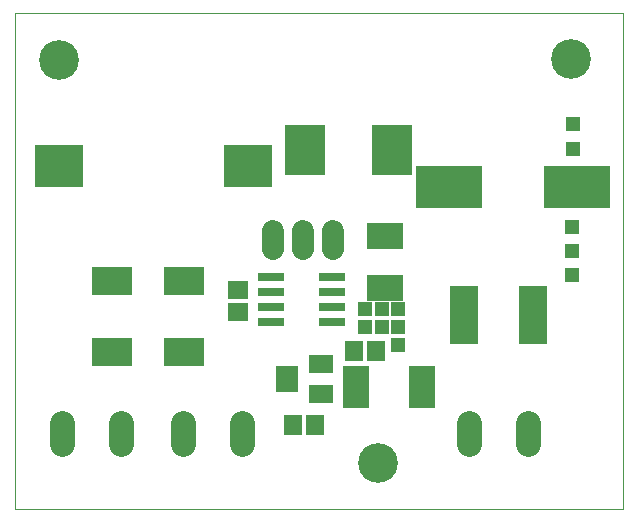
<source format=gts>
G75*
%MOIN*%
%OFA0B0*%
%FSLAX25Y25*%
%IPPOS*%
%LPD*%
%AMOC8*
5,1,8,0,0,1.08239X$1,22.5*
%
%ADD10C,0.00000*%
%ADD11R,0.09134X0.02835*%
%ADD12R,0.16142X0.14173*%
%ADD13C,0.07200*%
%ADD14R,0.12047X0.08504*%
%ADD15R,0.08504X0.14016*%
%ADD16R,0.06142X0.06929*%
%ADD17R,0.13228X0.17165*%
%ADD18R,0.07559X0.09134*%
%ADD19R,0.08110X0.06142*%
%ADD20C,0.08460*%
%ADD21R,0.13386X0.09449*%
%ADD22R,0.06929X0.06142*%
%ADD23R,0.22047X0.14173*%
%ADD24R,0.09449X0.19685*%
%ADD25C,0.13228*%
%ADD26R,0.04755X0.04755*%
%ADD27C,0.04800*%
D10*
X0083315Y0083451D02*
X0083315Y0248806D01*
X0286071Y0248806D01*
X0286071Y0083451D01*
X0083315Y0083451D01*
X0198787Y0098688D02*
X0198789Y0098836D01*
X0198795Y0098984D01*
X0198805Y0099132D01*
X0198819Y0099279D01*
X0198837Y0099426D01*
X0198858Y0099572D01*
X0198884Y0099718D01*
X0198914Y0099863D01*
X0198947Y0100007D01*
X0198985Y0100150D01*
X0199026Y0100292D01*
X0199071Y0100433D01*
X0199119Y0100573D01*
X0199172Y0100712D01*
X0199228Y0100849D01*
X0199288Y0100984D01*
X0199351Y0101118D01*
X0199418Y0101250D01*
X0199489Y0101380D01*
X0199563Y0101508D01*
X0199640Y0101634D01*
X0199721Y0101758D01*
X0199805Y0101880D01*
X0199892Y0101999D01*
X0199983Y0102116D01*
X0200077Y0102231D01*
X0200173Y0102343D01*
X0200273Y0102453D01*
X0200375Y0102559D01*
X0200481Y0102663D01*
X0200589Y0102764D01*
X0200700Y0102862D01*
X0200813Y0102958D01*
X0200929Y0103050D01*
X0201047Y0103139D01*
X0201168Y0103224D01*
X0201291Y0103307D01*
X0201416Y0103386D01*
X0201543Y0103462D01*
X0201672Y0103534D01*
X0201803Y0103603D01*
X0201936Y0103668D01*
X0202071Y0103729D01*
X0202207Y0103787D01*
X0202344Y0103842D01*
X0202483Y0103892D01*
X0202624Y0103939D01*
X0202765Y0103982D01*
X0202908Y0104022D01*
X0203052Y0104057D01*
X0203196Y0104089D01*
X0203342Y0104116D01*
X0203488Y0104140D01*
X0203635Y0104160D01*
X0203782Y0104176D01*
X0203929Y0104188D01*
X0204077Y0104196D01*
X0204225Y0104200D01*
X0204373Y0104200D01*
X0204521Y0104196D01*
X0204669Y0104188D01*
X0204816Y0104176D01*
X0204963Y0104160D01*
X0205110Y0104140D01*
X0205256Y0104116D01*
X0205402Y0104089D01*
X0205546Y0104057D01*
X0205690Y0104022D01*
X0205833Y0103982D01*
X0205974Y0103939D01*
X0206115Y0103892D01*
X0206254Y0103842D01*
X0206391Y0103787D01*
X0206527Y0103729D01*
X0206662Y0103668D01*
X0206795Y0103603D01*
X0206926Y0103534D01*
X0207055Y0103462D01*
X0207182Y0103386D01*
X0207307Y0103307D01*
X0207430Y0103224D01*
X0207551Y0103139D01*
X0207669Y0103050D01*
X0207785Y0102958D01*
X0207898Y0102862D01*
X0208009Y0102764D01*
X0208117Y0102663D01*
X0208223Y0102559D01*
X0208325Y0102453D01*
X0208425Y0102343D01*
X0208521Y0102231D01*
X0208615Y0102116D01*
X0208706Y0101999D01*
X0208793Y0101880D01*
X0208877Y0101758D01*
X0208958Y0101634D01*
X0209035Y0101508D01*
X0209109Y0101380D01*
X0209180Y0101250D01*
X0209247Y0101118D01*
X0209310Y0100984D01*
X0209370Y0100849D01*
X0209426Y0100712D01*
X0209479Y0100573D01*
X0209527Y0100433D01*
X0209572Y0100292D01*
X0209613Y0100150D01*
X0209651Y0100007D01*
X0209684Y0099863D01*
X0209714Y0099718D01*
X0209740Y0099572D01*
X0209761Y0099426D01*
X0209779Y0099279D01*
X0209793Y0099132D01*
X0209803Y0098984D01*
X0209809Y0098836D01*
X0209811Y0098688D01*
X0209809Y0098540D01*
X0209803Y0098392D01*
X0209793Y0098244D01*
X0209779Y0098097D01*
X0209761Y0097950D01*
X0209740Y0097804D01*
X0209714Y0097658D01*
X0209684Y0097513D01*
X0209651Y0097369D01*
X0209613Y0097226D01*
X0209572Y0097084D01*
X0209527Y0096943D01*
X0209479Y0096803D01*
X0209426Y0096664D01*
X0209370Y0096527D01*
X0209310Y0096392D01*
X0209247Y0096258D01*
X0209180Y0096126D01*
X0209109Y0095996D01*
X0209035Y0095868D01*
X0208958Y0095742D01*
X0208877Y0095618D01*
X0208793Y0095496D01*
X0208706Y0095377D01*
X0208615Y0095260D01*
X0208521Y0095145D01*
X0208425Y0095033D01*
X0208325Y0094923D01*
X0208223Y0094817D01*
X0208117Y0094713D01*
X0208009Y0094612D01*
X0207898Y0094514D01*
X0207785Y0094418D01*
X0207669Y0094326D01*
X0207551Y0094237D01*
X0207430Y0094152D01*
X0207307Y0094069D01*
X0207182Y0093990D01*
X0207055Y0093914D01*
X0206926Y0093842D01*
X0206795Y0093773D01*
X0206662Y0093708D01*
X0206527Y0093647D01*
X0206391Y0093589D01*
X0206254Y0093534D01*
X0206115Y0093484D01*
X0205974Y0093437D01*
X0205833Y0093394D01*
X0205690Y0093354D01*
X0205546Y0093319D01*
X0205402Y0093287D01*
X0205256Y0093260D01*
X0205110Y0093236D01*
X0204963Y0093216D01*
X0204816Y0093200D01*
X0204669Y0093188D01*
X0204521Y0093180D01*
X0204373Y0093176D01*
X0204225Y0093176D01*
X0204077Y0093180D01*
X0203929Y0093188D01*
X0203782Y0093200D01*
X0203635Y0093216D01*
X0203488Y0093236D01*
X0203342Y0093260D01*
X0203196Y0093287D01*
X0203052Y0093319D01*
X0202908Y0093354D01*
X0202765Y0093394D01*
X0202624Y0093437D01*
X0202483Y0093484D01*
X0202344Y0093534D01*
X0202207Y0093589D01*
X0202071Y0093647D01*
X0201936Y0093708D01*
X0201803Y0093773D01*
X0201672Y0093842D01*
X0201543Y0093914D01*
X0201416Y0093990D01*
X0201291Y0094069D01*
X0201168Y0094152D01*
X0201047Y0094237D01*
X0200929Y0094326D01*
X0200813Y0094418D01*
X0200700Y0094514D01*
X0200589Y0094612D01*
X0200481Y0094713D01*
X0200375Y0094817D01*
X0200273Y0094923D01*
X0200173Y0095033D01*
X0200077Y0095145D01*
X0199983Y0095260D01*
X0199892Y0095377D01*
X0199805Y0095496D01*
X0199721Y0095618D01*
X0199640Y0095742D01*
X0199563Y0095868D01*
X0199489Y0095996D01*
X0199418Y0096126D01*
X0199351Y0096258D01*
X0199288Y0096392D01*
X0199228Y0096527D01*
X0199172Y0096664D01*
X0199119Y0096803D01*
X0199071Y0096943D01*
X0199026Y0097084D01*
X0198985Y0097226D01*
X0198947Y0097369D01*
X0198914Y0097513D01*
X0198884Y0097658D01*
X0198858Y0097804D01*
X0198837Y0097950D01*
X0198819Y0098097D01*
X0198805Y0098244D01*
X0198795Y0098392D01*
X0198789Y0098540D01*
X0198787Y0098688D01*
X0262921Y0233333D02*
X0262923Y0233481D01*
X0262929Y0233629D01*
X0262939Y0233777D01*
X0262953Y0233924D01*
X0262971Y0234071D01*
X0262992Y0234217D01*
X0263018Y0234363D01*
X0263048Y0234508D01*
X0263081Y0234652D01*
X0263119Y0234795D01*
X0263160Y0234937D01*
X0263205Y0235078D01*
X0263253Y0235218D01*
X0263306Y0235357D01*
X0263362Y0235494D01*
X0263422Y0235629D01*
X0263485Y0235763D01*
X0263552Y0235895D01*
X0263623Y0236025D01*
X0263697Y0236153D01*
X0263774Y0236279D01*
X0263855Y0236403D01*
X0263939Y0236525D01*
X0264026Y0236644D01*
X0264117Y0236761D01*
X0264211Y0236876D01*
X0264307Y0236988D01*
X0264407Y0237098D01*
X0264509Y0237204D01*
X0264615Y0237308D01*
X0264723Y0237409D01*
X0264834Y0237507D01*
X0264947Y0237603D01*
X0265063Y0237695D01*
X0265181Y0237784D01*
X0265302Y0237869D01*
X0265425Y0237952D01*
X0265550Y0238031D01*
X0265677Y0238107D01*
X0265806Y0238179D01*
X0265937Y0238248D01*
X0266070Y0238313D01*
X0266205Y0238374D01*
X0266341Y0238432D01*
X0266478Y0238487D01*
X0266617Y0238537D01*
X0266758Y0238584D01*
X0266899Y0238627D01*
X0267042Y0238667D01*
X0267186Y0238702D01*
X0267330Y0238734D01*
X0267476Y0238761D01*
X0267622Y0238785D01*
X0267769Y0238805D01*
X0267916Y0238821D01*
X0268063Y0238833D01*
X0268211Y0238841D01*
X0268359Y0238845D01*
X0268507Y0238845D01*
X0268655Y0238841D01*
X0268803Y0238833D01*
X0268950Y0238821D01*
X0269097Y0238805D01*
X0269244Y0238785D01*
X0269390Y0238761D01*
X0269536Y0238734D01*
X0269680Y0238702D01*
X0269824Y0238667D01*
X0269967Y0238627D01*
X0270108Y0238584D01*
X0270249Y0238537D01*
X0270388Y0238487D01*
X0270525Y0238432D01*
X0270661Y0238374D01*
X0270796Y0238313D01*
X0270929Y0238248D01*
X0271060Y0238179D01*
X0271189Y0238107D01*
X0271316Y0238031D01*
X0271441Y0237952D01*
X0271564Y0237869D01*
X0271685Y0237784D01*
X0271803Y0237695D01*
X0271919Y0237603D01*
X0272032Y0237507D01*
X0272143Y0237409D01*
X0272251Y0237308D01*
X0272357Y0237204D01*
X0272459Y0237098D01*
X0272559Y0236988D01*
X0272655Y0236876D01*
X0272749Y0236761D01*
X0272840Y0236644D01*
X0272927Y0236525D01*
X0273011Y0236403D01*
X0273092Y0236279D01*
X0273169Y0236153D01*
X0273243Y0236025D01*
X0273314Y0235895D01*
X0273381Y0235763D01*
X0273444Y0235629D01*
X0273504Y0235494D01*
X0273560Y0235357D01*
X0273613Y0235218D01*
X0273661Y0235078D01*
X0273706Y0234937D01*
X0273747Y0234795D01*
X0273785Y0234652D01*
X0273818Y0234508D01*
X0273848Y0234363D01*
X0273874Y0234217D01*
X0273895Y0234071D01*
X0273913Y0233924D01*
X0273927Y0233777D01*
X0273937Y0233629D01*
X0273943Y0233481D01*
X0273945Y0233333D01*
X0273943Y0233185D01*
X0273937Y0233037D01*
X0273927Y0232889D01*
X0273913Y0232742D01*
X0273895Y0232595D01*
X0273874Y0232449D01*
X0273848Y0232303D01*
X0273818Y0232158D01*
X0273785Y0232014D01*
X0273747Y0231871D01*
X0273706Y0231729D01*
X0273661Y0231588D01*
X0273613Y0231448D01*
X0273560Y0231309D01*
X0273504Y0231172D01*
X0273444Y0231037D01*
X0273381Y0230903D01*
X0273314Y0230771D01*
X0273243Y0230641D01*
X0273169Y0230513D01*
X0273092Y0230387D01*
X0273011Y0230263D01*
X0272927Y0230141D01*
X0272840Y0230022D01*
X0272749Y0229905D01*
X0272655Y0229790D01*
X0272559Y0229678D01*
X0272459Y0229568D01*
X0272357Y0229462D01*
X0272251Y0229358D01*
X0272143Y0229257D01*
X0272032Y0229159D01*
X0271919Y0229063D01*
X0271803Y0228971D01*
X0271685Y0228882D01*
X0271564Y0228797D01*
X0271441Y0228714D01*
X0271316Y0228635D01*
X0271189Y0228559D01*
X0271060Y0228487D01*
X0270929Y0228418D01*
X0270796Y0228353D01*
X0270661Y0228292D01*
X0270525Y0228234D01*
X0270388Y0228179D01*
X0270249Y0228129D01*
X0270108Y0228082D01*
X0269967Y0228039D01*
X0269824Y0227999D01*
X0269680Y0227964D01*
X0269536Y0227932D01*
X0269390Y0227905D01*
X0269244Y0227881D01*
X0269097Y0227861D01*
X0268950Y0227845D01*
X0268803Y0227833D01*
X0268655Y0227825D01*
X0268507Y0227821D01*
X0268359Y0227821D01*
X0268211Y0227825D01*
X0268063Y0227833D01*
X0267916Y0227845D01*
X0267769Y0227861D01*
X0267622Y0227881D01*
X0267476Y0227905D01*
X0267330Y0227932D01*
X0267186Y0227964D01*
X0267042Y0227999D01*
X0266899Y0228039D01*
X0266758Y0228082D01*
X0266617Y0228129D01*
X0266478Y0228179D01*
X0266341Y0228234D01*
X0266205Y0228292D01*
X0266070Y0228353D01*
X0265937Y0228418D01*
X0265806Y0228487D01*
X0265677Y0228559D01*
X0265550Y0228635D01*
X0265425Y0228714D01*
X0265302Y0228797D01*
X0265181Y0228882D01*
X0265063Y0228971D01*
X0264947Y0229063D01*
X0264834Y0229159D01*
X0264723Y0229257D01*
X0264615Y0229358D01*
X0264509Y0229462D01*
X0264407Y0229568D01*
X0264307Y0229678D01*
X0264211Y0229790D01*
X0264117Y0229905D01*
X0264026Y0230022D01*
X0263939Y0230141D01*
X0263855Y0230263D01*
X0263774Y0230387D01*
X0263697Y0230513D01*
X0263623Y0230641D01*
X0263552Y0230771D01*
X0263485Y0230903D01*
X0263422Y0231037D01*
X0263362Y0231172D01*
X0263306Y0231309D01*
X0263253Y0231448D01*
X0263205Y0231588D01*
X0263160Y0231729D01*
X0263119Y0231871D01*
X0263081Y0232014D01*
X0263048Y0232158D01*
X0263018Y0232303D01*
X0262992Y0232449D01*
X0262971Y0232595D01*
X0262953Y0232742D01*
X0262939Y0232889D01*
X0262929Y0233037D01*
X0262923Y0233185D01*
X0262921Y0233333D01*
X0092488Y0232940D02*
X0092490Y0233088D01*
X0092496Y0233236D01*
X0092506Y0233384D01*
X0092520Y0233531D01*
X0092538Y0233678D01*
X0092559Y0233824D01*
X0092585Y0233970D01*
X0092615Y0234115D01*
X0092648Y0234259D01*
X0092686Y0234402D01*
X0092727Y0234544D01*
X0092772Y0234685D01*
X0092820Y0234825D01*
X0092873Y0234964D01*
X0092929Y0235101D01*
X0092989Y0235236D01*
X0093052Y0235370D01*
X0093119Y0235502D01*
X0093190Y0235632D01*
X0093264Y0235760D01*
X0093341Y0235886D01*
X0093422Y0236010D01*
X0093506Y0236132D01*
X0093593Y0236251D01*
X0093684Y0236368D01*
X0093778Y0236483D01*
X0093874Y0236595D01*
X0093974Y0236705D01*
X0094076Y0236811D01*
X0094182Y0236915D01*
X0094290Y0237016D01*
X0094401Y0237114D01*
X0094514Y0237210D01*
X0094630Y0237302D01*
X0094748Y0237391D01*
X0094869Y0237476D01*
X0094992Y0237559D01*
X0095117Y0237638D01*
X0095244Y0237714D01*
X0095373Y0237786D01*
X0095504Y0237855D01*
X0095637Y0237920D01*
X0095772Y0237981D01*
X0095908Y0238039D01*
X0096045Y0238094D01*
X0096184Y0238144D01*
X0096325Y0238191D01*
X0096466Y0238234D01*
X0096609Y0238274D01*
X0096753Y0238309D01*
X0096897Y0238341D01*
X0097043Y0238368D01*
X0097189Y0238392D01*
X0097336Y0238412D01*
X0097483Y0238428D01*
X0097630Y0238440D01*
X0097778Y0238448D01*
X0097926Y0238452D01*
X0098074Y0238452D01*
X0098222Y0238448D01*
X0098370Y0238440D01*
X0098517Y0238428D01*
X0098664Y0238412D01*
X0098811Y0238392D01*
X0098957Y0238368D01*
X0099103Y0238341D01*
X0099247Y0238309D01*
X0099391Y0238274D01*
X0099534Y0238234D01*
X0099675Y0238191D01*
X0099816Y0238144D01*
X0099955Y0238094D01*
X0100092Y0238039D01*
X0100228Y0237981D01*
X0100363Y0237920D01*
X0100496Y0237855D01*
X0100627Y0237786D01*
X0100756Y0237714D01*
X0100883Y0237638D01*
X0101008Y0237559D01*
X0101131Y0237476D01*
X0101252Y0237391D01*
X0101370Y0237302D01*
X0101486Y0237210D01*
X0101599Y0237114D01*
X0101710Y0237016D01*
X0101818Y0236915D01*
X0101924Y0236811D01*
X0102026Y0236705D01*
X0102126Y0236595D01*
X0102222Y0236483D01*
X0102316Y0236368D01*
X0102407Y0236251D01*
X0102494Y0236132D01*
X0102578Y0236010D01*
X0102659Y0235886D01*
X0102736Y0235760D01*
X0102810Y0235632D01*
X0102881Y0235502D01*
X0102948Y0235370D01*
X0103011Y0235236D01*
X0103071Y0235101D01*
X0103127Y0234964D01*
X0103180Y0234825D01*
X0103228Y0234685D01*
X0103273Y0234544D01*
X0103314Y0234402D01*
X0103352Y0234259D01*
X0103385Y0234115D01*
X0103415Y0233970D01*
X0103441Y0233824D01*
X0103462Y0233678D01*
X0103480Y0233531D01*
X0103494Y0233384D01*
X0103504Y0233236D01*
X0103510Y0233088D01*
X0103512Y0232940D01*
X0103510Y0232792D01*
X0103504Y0232644D01*
X0103494Y0232496D01*
X0103480Y0232349D01*
X0103462Y0232202D01*
X0103441Y0232056D01*
X0103415Y0231910D01*
X0103385Y0231765D01*
X0103352Y0231621D01*
X0103314Y0231478D01*
X0103273Y0231336D01*
X0103228Y0231195D01*
X0103180Y0231055D01*
X0103127Y0230916D01*
X0103071Y0230779D01*
X0103011Y0230644D01*
X0102948Y0230510D01*
X0102881Y0230378D01*
X0102810Y0230248D01*
X0102736Y0230120D01*
X0102659Y0229994D01*
X0102578Y0229870D01*
X0102494Y0229748D01*
X0102407Y0229629D01*
X0102316Y0229512D01*
X0102222Y0229397D01*
X0102126Y0229285D01*
X0102026Y0229175D01*
X0101924Y0229069D01*
X0101818Y0228965D01*
X0101710Y0228864D01*
X0101599Y0228766D01*
X0101486Y0228670D01*
X0101370Y0228578D01*
X0101252Y0228489D01*
X0101131Y0228404D01*
X0101008Y0228321D01*
X0100883Y0228242D01*
X0100756Y0228166D01*
X0100627Y0228094D01*
X0100496Y0228025D01*
X0100363Y0227960D01*
X0100228Y0227899D01*
X0100092Y0227841D01*
X0099955Y0227786D01*
X0099816Y0227736D01*
X0099675Y0227689D01*
X0099534Y0227646D01*
X0099391Y0227606D01*
X0099247Y0227571D01*
X0099103Y0227539D01*
X0098957Y0227512D01*
X0098811Y0227488D01*
X0098664Y0227468D01*
X0098517Y0227452D01*
X0098370Y0227440D01*
X0098222Y0227432D01*
X0098074Y0227428D01*
X0097926Y0227428D01*
X0097778Y0227432D01*
X0097630Y0227440D01*
X0097483Y0227452D01*
X0097336Y0227468D01*
X0097189Y0227488D01*
X0097043Y0227512D01*
X0096897Y0227539D01*
X0096753Y0227571D01*
X0096609Y0227606D01*
X0096466Y0227646D01*
X0096325Y0227689D01*
X0096184Y0227736D01*
X0096045Y0227786D01*
X0095908Y0227841D01*
X0095772Y0227899D01*
X0095637Y0227960D01*
X0095504Y0228025D01*
X0095373Y0228094D01*
X0095244Y0228166D01*
X0095117Y0228242D01*
X0094992Y0228321D01*
X0094869Y0228404D01*
X0094748Y0228489D01*
X0094630Y0228578D01*
X0094514Y0228670D01*
X0094401Y0228766D01*
X0094290Y0228864D01*
X0094182Y0228965D01*
X0094076Y0229069D01*
X0093974Y0229175D01*
X0093874Y0229285D01*
X0093778Y0229397D01*
X0093684Y0229512D01*
X0093593Y0229629D01*
X0093506Y0229748D01*
X0093422Y0229870D01*
X0093341Y0229994D01*
X0093264Y0230120D01*
X0093190Y0230248D01*
X0093119Y0230378D01*
X0093052Y0230510D01*
X0092989Y0230644D01*
X0092929Y0230779D01*
X0092873Y0230916D01*
X0092820Y0231055D01*
X0092772Y0231195D01*
X0092727Y0231336D01*
X0092686Y0231478D01*
X0092648Y0231621D01*
X0092615Y0231765D01*
X0092585Y0231910D01*
X0092559Y0232056D01*
X0092538Y0232202D01*
X0092520Y0232349D01*
X0092506Y0232496D01*
X0092496Y0232644D01*
X0092490Y0232792D01*
X0092488Y0232940D01*
D11*
X0168473Y0160518D03*
X0168473Y0155518D03*
X0168473Y0150518D03*
X0168473Y0145518D03*
X0188945Y0145518D03*
X0188945Y0150518D03*
X0188945Y0155518D03*
X0188945Y0160518D03*
D12*
X0160992Y0197507D03*
X0098000Y0197507D03*
D13*
X0169103Y0175940D02*
X0169103Y0169940D01*
X0179103Y0169940D02*
X0179103Y0175940D01*
X0189103Y0175940D02*
X0189103Y0169940D01*
D14*
X0206662Y0174278D03*
X0206662Y0156955D03*
D15*
X0196819Y0123885D03*
X0218866Y0123885D03*
D16*
X0203709Y0136089D03*
X0196229Y0136089D03*
X0183236Y0111286D03*
X0175756Y0111286D03*
D17*
X0179890Y0203018D03*
X0209024Y0203018D03*
D18*
X0173985Y0126640D03*
D19*
X0185402Y0121522D03*
X0185402Y0131759D03*
D20*
X0159024Y0112055D02*
X0159024Y0105005D01*
X0139339Y0105005D02*
X0139339Y0112055D01*
X0118473Y0112055D02*
X0118473Y0105005D01*
X0098788Y0105005D02*
X0098788Y0112055D01*
X0234614Y0112055D02*
X0234614Y0105005D01*
X0254299Y0105005D02*
X0254299Y0112055D01*
D21*
X0139693Y0135735D03*
X0115717Y0135696D03*
X0115717Y0159318D03*
X0139693Y0159357D03*
D22*
X0157449Y0156365D03*
X0157449Y0148885D03*
D23*
X0227764Y0190538D03*
X0270677Y0190538D03*
D24*
X0255874Y0147900D03*
X0233040Y0147900D03*
D25*
X0204299Y0098688D03*
X0268433Y0233333D03*
X0098000Y0232940D03*
D26*
X0199969Y0149869D03*
X0205481Y0149869D03*
X0210992Y0149869D03*
X0210992Y0143963D03*
X0205481Y0143963D03*
X0199969Y0143963D03*
X0210992Y0138058D03*
X0268866Y0161286D03*
X0268866Y0169160D03*
X0268866Y0177428D03*
X0269260Y0203412D03*
X0269260Y0211680D03*
D27*
X0175756Y0111286D03*
X0139693Y0135735D03*
X0157449Y0148885D03*
X0115717Y0135696D03*
M02*

</source>
